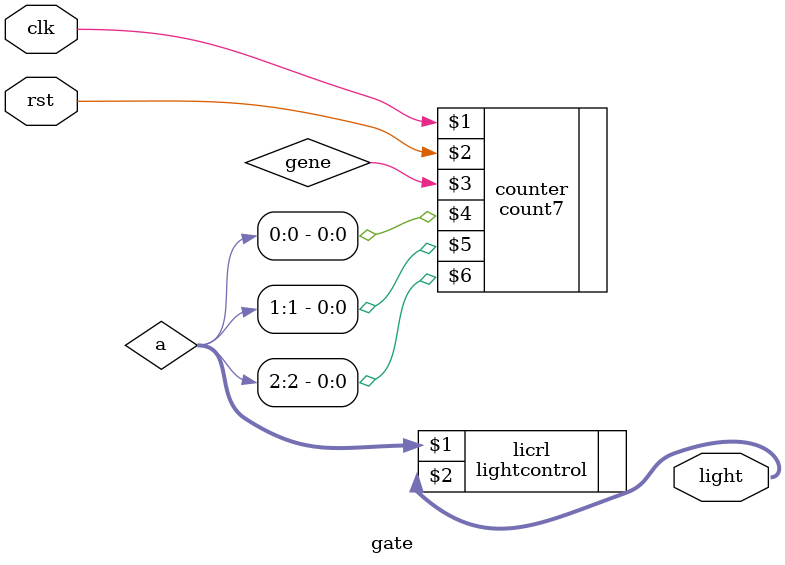
<source format=v>
`timescale 1ns / 1ps
module gate(input clk,rst, output [5:0] light
    );
	 wire gene;
	 wire [2:0] a;
	 count7
		counter(clk,rst,gene,a[0],a[1],a[2]);
	lightcontrol
		licrl(a,light);
endmodule

</source>
